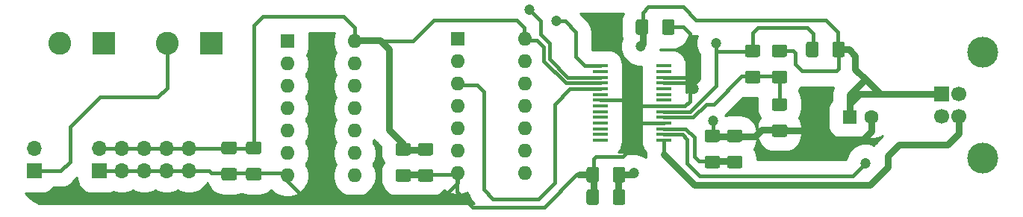
<source format=gbr>
G04 #@! TF.GenerationSoftware,KiCad,Pcbnew,(5.1.10)-1*
G04 #@! TF.CreationDate,2021-09-10T17:11:06+05:30*
G04 #@! TF.ProjectId,RL78-flash-programmer,524c3738-2d66-46c6-9173-682d70726f67,V1.2*
G04 #@! TF.SameCoordinates,Original*
G04 #@! TF.FileFunction,Copper,L1,Top*
G04 #@! TF.FilePolarity,Positive*
%FSLAX46Y46*%
G04 Gerber Fmt 4.6, Leading zero omitted, Abs format (unit mm)*
G04 Created by KiCad (PCBNEW (5.1.10)-1) date 2021-09-10 17:11:06*
%MOMM*%
%LPD*%
G01*
G04 APERTURE LIST*
G04 #@! TA.AperFunction,ComponentPad*
%ADD10R,1.700000X1.700000*%
G04 #@! TD*
G04 #@! TA.AperFunction,ComponentPad*
%ADD11O,1.700000X1.700000*%
G04 #@! TD*
G04 #@! TA.AperFunction,ComponentPad*
%ADD12O,1.600000X1.600000*%
G04 #@! TD*
G04 #@! TA.AperFunction,ComponentPad*
%ADD13R,1.600000X1.600000*%
G04 #@! TD*
G04 #@! TA.AperFunction,ComponentPad*
%ADD14C,1.600000*%
G04 #@! TD*
G04 #@! TA.AperFunction,ComponentPad*
%ADD15C,1.700000*%
G04 #@! TD*
G04 #@! TA.AperFunction,ComponentPad*
%ADD16C,3.500000*%
G04 #@! TD*
G04 #@! TA.AperFunction,SMDPad,CuDef*
%ADD17R,1.750000X0.350000*%
G04 #@! TD*
G04 #@! TA.AperFunction,ComponentPad*
%ADD18R,2.600000X2.600000*%
G04 #@! TD*
G04 #@! TA.AperFunction,ComponentPad*
%ADD19C,2.600000*%
G04 #@! TD*
G04 #@! TA.AperFunction,ViaPad*
%ADD20C,1.200000*%
G04 #@! TD*
G04 #@! TA.AperFunction,Conductor*
%ADD21C,0.381000*%
G04 #@! TD*
G04 #@! TA.AperFunction,Conductor*
%ADD22C,0.762000*%
G04 #@! TD*
G04 #@! TA.AperFunction,Conductor*
%ADD23C,0.254000*%
G04 #@! TD*
G04 #@! TA.AperFunction,Conductor*
%ADD24C,0.100000*%
G04 #@! TD*
G04 APERTURE END LIST*
D10*
X98044000Y-70866000D03*
D11*
X98044000Y-68326000D03*
X100584000Y-70866000D03*
X100584000Y-68326000D03*
X103124000Y-70866000D03*
X103124000Y-68326000D03*
X105664000Y-70866000D03*
X105664000Y-68326000D03*
X108204000Y-70866000D03*
X108204000Y-68326000D03*
D10*
X90678000Y-70866000D03*
D11*
X90678000Y-68326000D03*
D12*
X127000000Y-56134000D03*
X119380000Y-71374000D03*
X127000000Y-58674000D03*
X119380000Y-68834000D03*
X127000000Y-61214000D03*
X119380000Y-66294000D03*
X127000000Y-63754000D03*
X119380000Y-63754000D03*
X127000000Y-66294000D03*
X119380000Y-61214000D03*
X127000000Y-68834000D03*
X119380000Y-58674000D03*
X127000000Y-71374000D03*
D13*
X119380000Y-56134000D03*
X138684000Y-55880000D03*
D12*
X146304000Y-71120000D03*
X138684000Y-58420000D03*
X146304000Y-68580000D03*
X138684000Y-60960000D03*
X146304000Y-66040000D03*
X138684000Y-63500000D03*
X146304000Y-63500000D03*
X138684000Y-66040000D03*
X146304000Y-60960000D03*
X138684000Y-68580000D03*
X146304000Y-58420000D03*
X138684000Y-71120000D03*
X146304000Y-55880000D03*
D13*
X183134000Y-64770000D03*
D14*
X185634000Y-64770000D03*
G04 #@! TA.AperFunction,SMDPad,CuDef*
G36*
G01*
X112151000Y-67520000D02*
X113401000Y-67520000D01*
G75*
G02*
X113651000Y-67770000I0J-250000D01*
G01*
X113651000Y-68695000D01*
G75*
G02*
X113401000Y-68945000I-250000J0D01*
G01*
X112151000Y-68945000D01*
G75*
G02*
X111901000Y-68695000I0J250000D01*
G01*
X111901000Y-67770000D01*
G75*
G02*
X112151000Y-67520000I250000J0D01*
G01*
G37*
G04 #@! TD.AperFunction*
G04 #@! TA.AperFunction,SMDPad,CuDef*
G36*
G01*
X112151000Y-70495000D02*
X113401000Y-70495000D01*
G75*
G02*
X113651000Y-70745000I0J-250000D01*
G01*
X113651000Y-71670000D01*
G75*
G02*
X113401000Y-71920000I-250000J0D01*
G01*
X112151000Y-71920000D01*
G75*
G02*
X111901000Y-71670000I0J250000D01*
G01*
X111901000Y-70745000D01*
G75*
G02*
X112151000Y-70495000I250000J0D01*
G01*
G37*
G04 #@! TD.AperFunction*
G04 #@! TA.AperFunction,SMDPad,CuDef*
G36*
G01*
X134426800Y-67672400D02*
X135676800Y-67672400D01*
G75*
G02*
X135926800Y-67922400I0J-250000D01*
G01*
X135926800Y-68847400D01*
G75*
G02*
X135676800Y-69097400I-250000J0D01*
G01*
X134426800Y-69097400D01*
G75*
G02*
X134176800Y-68847400I0J250000D01*
G01*
X134176800Y-67922400D01*
G75*
G02*
X134426800Y-67672400I250000J0D01*
G01*
G37*
G04 #@! TD.AperFunction*
G04 #@! TA.AperFunction,SMDPad,CuDef*
G36*
G01*
X134426800Y-70647400D02*
X135676800Y-70647400D01*
G75*
G02*
X135926800Y-70897400I0J-250000D01*
G01*
X135926800Y-71822400D01*
G75*
G02*
X135676800Y-72072400I-250000J0D01*
G01*
X134426800Y-72072400D01*
G75*
G02*
X134176800Y-71822400I0J250000D01*
G01*
X134176800Y-70897400D01*
G75*
G02*
X134426800Y-70647400I250000J0D01*
G01*
G37*
G04 #@! TD.AperFunction*
G04 #@! TA.AperFunction,SMDPad,CuDef*
G36*
G01*
X114945000Y-70495000D02*
X116195000Y-70495000D01*
G75*
G02*
X116445000Y-70745000I0J-250000D01*
G01*
X116445000Y-71670000D01*
G75*
G02*
X116195000Y-71920000I-250000J0D01*
G01*
X114945000Y-71920000D01*
G75*
G02*
X114695000Y-71670000I0J250000D01*
G01*
X114695000Y-70745000D01*
G75*
G02*
X114945000Y-70495000I250000J0D01*
G01*
G37*
G04 #@! TD.AperFunction*
G04 #@! TA.AperFunction,SMDPad,CuDef*
G36*
G01*
X114945000Y-67520000D02*
X116195000Y-67520000D01*
G75*
G02*
X116445000Y-67770000I0J-250000D01*
G01*
X116445000Y-68695000D01*
G75*
G02*
X116195000Y-68945000I-250000J0D01*
G01*
X114945000Y-68945000D01*
G75*
G02*
X114695000Y-68695000I0J250000D01*
G01*
X114695000Y-67770000D01*
G75*
G02*
X114945000Y-67520000I250000J0D01*
G01*
G37*
G04 #@! TD.AperFunction*
G04 #@! TA.AperFunction,SMDPad,CuDef*
G36*
G01*
X131886800Y-67672400D02*
X133136800Y-67672400D01*
G75*
G02*
X133386800Y-67922400I0J-250000D01*
G01*
X133386800Y-68847400D01*
G75*
G02*
X133136800Y-69097400I-250000J0D01*
G01*
X131886800Y-69097400D01*
G75*
G02*
X131636800Y-68847400I0J250000D01*
G01*
X131636800Y-67922400D01*
G75*
G02*
X131886800Y-67672400I250000J0D01*
G01*
G37*
G04 #@! TD.AperFunction*
G04 #@! TA.AperFunction,SMDPad,CuDef*
G36*
G01*
X131886800Y-70647400D02*
X133136800Y-70647400D01*
G75*
G02*
X133386800Y-70897400I0J-250000D01*
G01*
X133386800Y-71822400D01*
G75*
G02*
X133136800Y-72072400I-250000J0D01*
G01*
X131886800Y-72072400D01*
G75*
G02*
X131636800Y-71822400I0J250000D01*
G01*
X131636800Y-70897400D01*
G75*
G02*
X131886800Y-70647400I250000J0D01*
G01*
G37*
G04 #@! TD.AperFunction*
G04 #@! TA.AperFunction,SMDPad,CuDef*
G36*
G01*
X170728800Y-67573400D02*
X169478800Y-67573400D01*
G75*
G02*
X169228800Y-67323400I0J250000D01*
G01*
X169228800Y-66398400D01*
G75*
G02*
X169478800Y-66148400I250000J0D01*
G01*
X170728800Y-66148400D01*
G75*
G02*
X170978800Y-66398400I0J-250000D01*
G01*
X170978800Y-67323400D01*
G75*
G02*
X170728800Y-67573400I-250000J0D01*
G01*
G37*
G04 #@! TD.AperFunction*
G04 #@! TA.AperFunction,SMDPad,CuDef*
G36*
G01*
X170728800Y-70548400D02*
X169478800Y-70548400D01*
G75*
G02*
X169228800Y-70298400I0J250000D01*
G01*
X169228800Y-69373400D01*
G75*
G02*
X169478800Y-69123400I250000J0D01*
G01*
X170728800Y-69123400D01*
G75*
G02*
X170978800Y-69373400I0J-250000D01*
G01*
X170978800Y-70298400D01*
G75*
G02*
X170728800Y-70548400I-250000J0D01*
G01*
G37*
G04 #@! TD.AperFunction*
G04 #@! TA.AperFunction,SMDPad,CuDef*
G36*
G01*
X168188800Y-70548400D02*
X166938800Y-70548400D01*
G75*
G02*
X166688800Y-70298400I0J250000D01*
G01*
X166688800Y-69373400D01*
G75*
G02*
X166938800Y-69123400I250000J0D01*
G01*
X168188800Y-69123400D01*
G75*
G02*
X168438800Y-69373400I0J-250000D01*
G01*
X168438800Y-70298400D01*
G75*
G02*
X168188800Y-70548400I-250000J0D01*
G01*
G37*
G04 #@! TD.AperFunction*
G04 #@! TA.AperFunction,SMDPad,CuDef*
G36*
G01*
X168188800Y-67573400D02*
X166938800Y-67573400D01*
G75*
G02*
X166688800Y-67323400I0J250000D01*
G01*
X166688800Y-66398400D01*
G75*
G02*
X166938800Y-66148400I250000J0D01*
G01*
X168188800Y-66148400D01*
G75*
G02*
X168438800Y-66398400I0J-250000D01*
G01*
X168438800Y-67323400D01*
G75*
G02*
X168188800Y-67573400I-250000J0D01*
G01*
G37*
G04 #@! TD.AperFunction*
G04 #@! TA.AperFunction,SMDPad,CuDef*
G36*
G01*
X154720800Y-73187400D02*
X154720800Y-74437400D01*
G75*
G02*
X154470800Y-74687400I-250000J0D01*
G01*
X153545800Y-74687400D01*
G75*
G02*
X153295800Y-74437400I0J250000D01*
G01*
X153295800Y-73187400D01*
G75*
G02*
X153545800Y-72937400I250000J0D01*
G01*
X154470800Y-72937400D01*
G75*
G02*
X154720800Y-73187400I0J-250000D01*
G01*
G37*
G04 #@! TD.AperFunction*
G04 #@! TA.AperFunction,SMDPad,CuDef*
G36*
G01*
X157695800Y-73187400D02*
X157695800Y-74437400D01*
G75*
G02*
X157445800Y-74687400I-250000J0D01*
G01*
X156520800Y-74687400D01*
G75*
G02*
X156270800Y-74437400I0J250000D01*
G01*
X156270800Y-73187400D01*
G75*
G02*
X156520800Y-72937400I250000J0D01*
G01*
X157445800Y-72937400D01*
G75*
G02*
X157695800Y-73187400I0J-250000D01*
G01*
G37*
G04 #@! TD.AperFunction*
G04 #@! TA.AperFunction,SMDPad,CuDef*
G36*
G01*
X157695800Y-70647400D02*
X157695800Y-71897400D01*
G75*
G02*
X157445800Y-72147400I-250000J0D01*
G01*
X156520800Y-72147400D01*
G75*
G02*
X156270800Y-71897400I0J250000D01*
G01*
X156270800Y-70647400D01*
G75*
G02*
X156520800Y-70397400I250000J0D01*
G01*
X157445800Y-70397400D01*
G75*
G02*
X157695800Y-70647400I0J-250000D01*
G01*
G37*
G04 #@! TD.AperFunction*
G04 #@! TA.AperFunction,SMDPad,CuDef*
G36*
G01*
X154720800Y-70647400D02*
X154720800Y-71897400D01*
G75*
G02*
X154470800Y-72147400I-250000J0D01*
G01*
X153545800Y-72147400D01*
G75*
G02*
X153295800Y-71897400I0J250000D01*
G01*
X153295800Y-70647400D01*
G75*
G02*
X153545800Y-70397400I250000J0D01*
G01*
X154470800Y-70397400D01*
G75*
G02*
X154720800Y-70647400I0J-250000D01*
G01*
G37*
G04 #@! TD.AperFunction*
G04 #@! TA.AperFunction,SMDPad,CuDef*
G36*
G01*
X161858800Y-55133400D02*
X161858800Y-53883400D01*
G75*
G02*
X162108800Y-53633400I250000J0D01*
G01*
X163033800Y-53633400D01*
G75*
G02*
X163283800Y-53883400I0J-250000D01*
G01*
X163283800Y-55133400D01*
G75*
G02*
X163033800Y-55383400I-250000J0D01*
G01*
X162108800Y-55383400D01*
G75*
G02*
X161858800Y-55133400I0J250000D01*
G01*
G37*
G04 #@! TD.AperFunction*
G04 #@! TA.AperFunction,SMDPad,CuDef*
G36*
G01*
X158883800Y-55133400D02*
X158883800Y-53883400D01*
G75*
G02*
X159133800Y-53633400I250000J0D01*
G01*
X160058800Y-53633400D01*
G75*
G02*
X160308800Y-53883400I0J-250000D01*
G01*
X160308800Y-55133400D01*
G75*
G02*
X160058800Y-55383400I-250000J0D01*
G01*
X159133800Y-55383400D01*
G75*
G02*
X158883800Y-55133400I0J250000D01*
G01*
G37*
G04 #@! TD.AperFunction*
G04 #@! TA.AperFunction,SMDPad,CuDef*
G36*
G01*
X171510800Y-59471400D02*
X172760800Y-59471400D01*
G75*
G02*
X173010800Y-59721400I0J-250000D01*
G01*
X173010800Y-60646400D01*
G75*
G02*
X172760800Y-60896400I-250000J0D01*
G01*
X171510800Y-60896400D01*
G75*
G02*
X171260800Y-60646400I0J250000D01*
G01*
X171260800Y-59721400D01*
G75*
G02*
X171510800Y-59471400I250000J0D01*
G01*
G37*
G04 #@! TD.AperFunction*
G04 #@! TA.AperFunction,SMDPad,CuDef*
G36*
G01*
X171510800Y-56496400D02*
X172760800Y-56496400D01*
G75*
G02*
X173010800Y-56746400I0J-250000D01*
G01*
X173010800Y-57671400D01*
G75*
G02*
X172760800Y-57921400I-250000J0D01*
G01*
X171510800Y-57921400D01*
G75*
G02*
X171260800Y-57671400I0J250000D01*
G01*
X171260800Y-56746400D01*
G75*
G02*
X171510800Y-56496400I250000J0D01*
G01*
G37*
G04 #@! TD.AperFunction*
G04 #@! TA.AperFunction,SMDPad,CuDef*
G36*
G01*
X174558800Y-56496400D02*
X175808800Y-56496400D01*
G75*
G02*
X176058800Y-56746400I0J-250000D01*
G01*
X176058800Y-57671400D01*
G75*
G02*
X175808800Y-57921400I-250000J0D01*
G01*
X174558800Y-57921400D01*
G75*
G02*
X174308800Y-57671400I0J250000D01*
G01*
X174308800Y-56746400D01*
G75*
G02*
X174558800Y-56496400I250000J0D01*
G01*
G37*
G04 #@! TD.AperFunction*
G04 #@! TA.AperFunction,SMDPad,CuDef*
G36*
G01*
X174558800Y-59471400D02*
X175808800Y-59471400D01*
G75*
G02*
X176058800Y-59721400I0J-250000D01*
G01*
X176058800Y-60646400D01*
G75*
G02*
X175808800Y-60896400I-250000J0D01*
G01*
X174558800Y-60896400D01*
G75*
G02*
X174308800Y-60646400I0J250000D01*
G01*
X174308800Y-59721400D01*
G75*
G02*
X174558800Y-59471400I250000J0D01*
G01*
G37*
G04 #@! TD.AperFunction*
G04 #@! TA.AperFunction,SMDPad,CuDef*
G36*
G01*
X174558800Y-65567400D02*
X175808800Y-65567400D01*
G75*
G02*
X176058800Y-65817400I0J-250000D01*
G01*
X176058800Y-66742400D01*
G75*
G02*
X175808800Y-66992400I-250000J0D01*
G01*
X174558800Y-66992400D01*
G75*
G02*
X174308800Y-66742400I0J250000D01*
G01*
X174308800Y-65817400D01*
G75*
G02*
X174558800Y-65567400I250000J0D01*
G01*
G37*
G04 #@! TD.AperFunction*
G04 #@! TA.AperFunction,SMDPad,CuDef*
G36*
G01*
X174558800Y-62592400D02*
X175808800Y-62592400D01*
G75*
G02*
X176058800Y-62842400I0J-250000D01*
G01*
X176058800Y-63767400D01*
G75*
G02*
X175808800Y-64017400I-250000J0D01*
G01*
X174558800Y-64017400D01*
G75*
G02*
X174308800Y-63767400I0J250000D01*
G01*
X174308800Y-62842400D01*
G75*
G02*
X174558800Y-62592400I250000J0D01*
G01*
G37*
G04 #@! TD.AperFunction*
G04 #@! TA.AperFunction,SMDPad,CuDef*
G36*
G01*
X178187800Y-57673400D02*
X178187800Y-56423400D01*
G75*
G02*
X178437800Y-56173400I250000J0D01*
G01*
X179362800Y-56173400D01*
G75*
G02*
X179612800Y-56423400I0J-250000D01*
G01*
X179612800Y-57673400D01*
G75*
G02*
X179362800Y-57923400I-250000J0D01*
G01*
X178437800Y-57923400D01*
G75*
G02*
X178187800Y-57673400I0J250000D01*
G01*
G37*
G04 #@! TD.AperFunction*
G04 #@! TA.AperFunction,SMDPad,CuDef*
G36*
G01*
X181162800Y-57673400D02*
X181162800Y-56423400D01*
G75*
G02*
X181412800Y-56173400I250000J0D01*
G01*
X182337800Y-56173400D01*
G75*
G02*
X182587800Y-56423400I0J-250000D01*
G01*
X182587800Y-57673400D01*
G75*
G02*
X182337800Y-57923400I-250000J0D01*
G01*
X181412800Y-57923400D01*
G75*
G02*
X181162800Y-57673400I0J250000D01*
G01*
G37*
G04 #@! TD.AperFunction*
D10*
X193548000Y-62128400D03*
D15*
X193548000Y-64628400D03*
X195548000Y-64628400D03*
X195548000Y-62128400D03*
D16*
X198258000Y-57358400D03*
X198258000Y-69398400D03*
D17*
X154863800Y-58919400D03*
X154863800Y-59569400D03*
X154863800Y-60219400D03*
X154863800Y-60869400D03*
X154863800Y-61519400D03*
X154863800Y-62169400D03*
X154863800Y-62819400D03*
X154863800Y-63469400D03*
X154863800Y-64119400D03*
X154863800Y-64769400D03*
X154863800Y-65419400D03*
X154863800Y-66069400D03*
X154863800Y-66719400D03*
X154863800Y-67369400D03*
X162063800Y-67369400D03*
X162063800Y-66719400D03*
X162063800Y-66069400D03*
X162063800Y-65419400D03*
X162063800Y-64769400D03*
X162063800Y-64119400D03*
X162063800Y-63469400D03*
X162063800Y-62819400D03*
X162063800Y-62169400D03*
X162063800Y-61519400D03*
X162063800Y-60869400D03*
X162063800Y-60219400D03*
X162063800Y-59569400D03*
X162063800Y-58919400D03*
D18*
X98552000Y-56388000D03*
D19*
X93552000Y-56388000D03*
X105744000Y-56388000D03*
D18*
X110744000Y-56388000D03*
D20*
X165481000Y-61493400D03*
X167614600Y-65125600D03*
X167970200Y-56311800D03*
X184937400Y-69977000D03*
X158648400Y-71094600D03*
X159435800Y-56692800D03*
X146812000Y-52578000D03*
X149834600Y-53848000D03*
D21*
X162483800Y-54508400D02*
X164236400Y-54508400D01*
X164236400Y-54508400D02*
X164998400Y-55270400D01*
X164998400Y-55270400D02*
X164998400Y-59842400D01*
X164621400Y-60219400D02*
X162063800Y-60219400D01*
X164998400Y-59842400D02*
X164621400Y-60219400D01*
X162063800Y-60869400D02*
X164835000Y-60869400D01*
X164998400Y-60706000D02*
X164998400Y-59842400D01*
X164835000Y-60869400D02*
X164998400Y-60706000D01*
X162063800Y-63469400D02*
X164470200Y-63469400D01*
X164998400Y-62941200D02*
X164998400Y-60706000D01*
X164470200Y-63469400D02*
X164998400Y-62941200D01*
X157536000Y-62819400D02*
X154863800Y-62819400D01*
X158186000Y-63469400D02*
X157536000Y-62819400D01*
X162063800Y-65419400D02*
X159577200Y-65419400D01*
X159237800Y-65080000D02*
X159237800Y-63469400D01*
X159577200Y-65419400D02*
X159237800Y-65080000D01*
X162063800Y-63469400D02*
X159237800Y-63469400D01*
X159237800Y-63469400D02*
X158186000Y-63469400D01*
X154095800Y-71272400D02*
X154095800Y-70110000D01*
X154095800Y-71272400D02*
X154095800Y-69449600D01*
X154095800Y-69449600D02*
X154330400Y-69215000D01*
X154330400Y-69215000D02*
X157378400Y-69215000D01*
X159237800Y-67355600D02*
X159237800Y-65080000D01*
X157378400Y-69215000D02*
X159237800Y-67355600D01*
X164998400Y-60706000D02*
X164998400Y-61010800D01*
X164998400Y-61010800D02*
X165481000Y-61493400D01*
X167614600Y-66897600D02*
X167563800Y-66948400D01*
X167614600Y-65125600D02*
X167614600Y-66897600D01*
X138607800Y-71272400D02*
X135051800Y-71272400D01*
X152501600Y-71272400D02*
X152387300Y-71386700D01*
D22*
X152501600Y-71272400D02*
X154095800Y-71272400D01*
X154095800Y-73812400D02*
X154095800Y-71272400D01*
X170103800Y-66948400D02*
X172421200Y-66948400D01*
X173177200Y-66192400D02*
X175183800Y-66192400D01*
X172421200Y-66948400D02*
X173177200Y-66192400D01*
D21*
X138607800Y-71272400D02*
X138607800Y-73228200D01*
X138607800Y-73228200D02*
X140360400Y-74980800D01*
X140360400Y-74980800D02*
X148488400Y-74980800D01*
X152196800Y-71272400D02*
X154095800Y-71272400D01*
X148488400Y-74980800D02*
X152196800Y-71272400D01*
D22*
X175183800Y-66192400D02*
X175920400Y-66192400D01*
X167563800Y-66948400D02*
X170103800Y-66948400D01*
X132511800Y-71272400D02*
X135051800Y-71272400D01*
D21*
X119126000Y-71120000D02*
X119380000Y-71374000D01*
X115570000Y-71120000D02*
X119126000Y-71120000D01*
X175183800Y-66192400D02*
X178968400Y-66192400D01*
X178968400Y-66192400D02*
X180086000Y-67310000D01*
X98044000Y-70866000D02*
X100584000Y-70866000D01*
X100584000Y-70866000D02*
X103124000Y-70866000D01*
X103124000Y-70866000D02*
X105664000Y-70866000D01*
X105664000Y-70866000D02*
X108204000Y-70866000D01*
X108204000Y-70866000D02*
X110490000Y-70866000D01*
X110744000Y-71120000D02*
X112776000Y-71120000D01*
X110490000Y-70866000D02*
X110744000Y-71120000D01*
X112776000Y-71120000D02*
X115570000Y-71120000D01*
X119380000Y-71374000D02*
X119380000Y-72034400D01*
X119380000Y-72034400D02*
X121081800Y-73736200D01*
X121081800Y-73736200D02*
X137160000Y-73736200D01*
X138684000Y-72212200D02*
X138684000Y-71120000D01*
X137160000Y-73736200D02*
X138684000Y-72212200D01*
D22*
X175183800Y-66279900D02*
X178547900Y-66279900D01*
X179578000Y-67310000D02*
X184658000Y-67310000D01*
X178547900Y-66279900D02*
X179578000Y-67310000D01*
D21*
X180086000Y-67310000D02*
X184658000Y-67310000D01*
D22*
X185634000Y-66334000D02*
X184658000Y-67310000D01*
X185634000Y-64770000D02*
X185634000Y-66334000D01*
D21*
X150937800Y-60869400D02*
X154863800Y-60869400D01*
X167976200Y-56317800D02*
X167976200Y-57296400D01*
X167970200Y-56311800D02*
X167976200Y-56317800D01*
X167976200Y-57296400D02*
X172135800Y-57296400D01*
X162063800Y-64119400D02*
X165039400Y-64119400D01*
X167970200Y-61188600D02*
X167970200Y-56311800D01*
X165039400Y-64119400D02*
X167970200Y-61188600D01*
X146227800Y-56032400D02*
X147675600Y-56032400D01*
X148450300Y-56807100D02*
X148450300Y-58381900D01*
X147675600Y-56032400D02*
X148450300Y-56807100D01*
X148450300Y-58381900D02*
X150937800Y-60869400D01*
X178987800Y-57048400D02*
X178987800Y-55264400D01*
X178987800Y-55264400D02*
X178308000Y-54584600D01*
X178308000Y-54584600D02*
X172745400Y-54584600D01*
X172135800Y-55194200D02*
X172135800Y-57296400D01*
X172745400Y-54584600D02*
X172135800Y-55194200D01*
X146227800Y-56032400D02*
X146227800Y-54533800D01*
X146227800Y-54533800D02*
X145415000Y-53721000D01*
D22*
X132511800Y-68472400D02*
X135051800Y-68472400D01*
X127431800Y-56032400D02*
X129921000Y-56032400D01*
X129921000Y-56032400D02*
X130911600Y-57023000D01*
X130911600Y-57023000D02*
X130911600Y-66141600D01*
X132511800Y-67741800D02*
X132511800Y-68472400D01*
X130911600Y-66141600D02*
X132511800Y-67741800D01*
D21*
X115570000Y-68320000D02*
X115570000Y-54356000D01*
X115570000Y-54356000D02*
X116586000Y-53340000D01*
X116586000Y-53340000D02*
X125730000Y-53340000D01*
X127000000Y-54610000D02*
X127000000Y-56134000D01*
X125730000Y-53340000D02*
X127000000Y-54610000D01*
X133604000Y-56134000D02*
X136017000Y-53721000D01*
X127000000Y-56134000D02*
X133604000Y-56134000D01*
X145415000Y-53721000D02*
X136017000Y-53721000D01*
X98044000Y-68326000D02*
X100584000Y-68326000D01*
X100584000Y-68326000D02*
X103124000Y-68326000D01*
X103124000Y-68326000D02*
X105664000Y-68326000D01*
X105664000Y-68326000D02*
X108204000Y-68326000D01*
X109474000Y-68326000D02*
X112770000Y-68326000D01*
X112776000Y-68320000D02*
X115570000Y-68320000D01*
X112770000Y-68326000D02*
X112776000Y-68320000D01*
X108204000Y-68326000D02*
X112770000Y-68326000D01*
X167563800Y-69748400D02*
X166039800Y-69748400D01*
X166039800Y-69748400D02*
X165506400Y-69215000D01*
X165506400Y-67056000D02*
X164519800Y-66069400D01*
X165506400Y-69215000D02*
X165506400Y-67056000D01*
X162063800Y-66069400D02*
X164519800Y-66069400D01*
D22*
X167563800Y-69748400D02*
X170103800Y-69748400D01*
D21*
X162063800Y-66719400D02*
X164153800Y-66719400D01*
X164153800Y-66719400D02*
X164719000Y-67284600D01*
X164719000Y-67284600D02*
X164719000Y-70002400D01*
X164719000Y-70002400D02*
X166141400Y-71424800D01*
X183489600Y-71424800D02*
X184937400Y-69977000D01*
X166141400Y-71424800D02*
X183489600Y-71424800D01*
X185420000Y-72440800D02*
X184607200Y-72440800D01*
D22*
X187477400Y-70383400D02*
X185420000Y-72440800D01*
X187477400Y-69164200D02*
X187477400Y-70383400D01*
X165531800Y-72440800D02*
X162063800Y-68972800D01*
X185420000Y-72440800D02*
X165531800Y-72440800D01*
D21*
X162063800Y-68972800D02*
X162063800Y-67369400D01*
D22*
X195548000Y-64628400D02*
X195548000Y-66580000D01*
X194259200Y-67868800D02*
X188772800Y-67868800D01*
X195548000Y-66580000D02*
X194259200Y-67868800D01*
X188772800Y-67868800D02*
X187477400Y-69164200D01*
D21*
X175183800Y-63392400D02*
X175183800Y-60096400D01*
X175183800Y-60096400D02*
X172135800Y-60096400D01*
X162063800Y-64769400D02*
X165354600Y-64769400D01*
X166865300Y-63258700D02*
X167703500Y-63258700D01*
X165354600Y-64769400D02*
X166865300Y-63258700D01*
X170865800Y-60096400D02*
X172135800Y-60096400D01*
X167703500Y-63258700D02*
X170865800Y-60096400D01*
D22*
X156895800Y-73812400D02*
X156895800Y-71272400D01*
X158470600Y-71272400D02*
X158648400Y-71094600D01*
X156895800Y-71272400D02*
X158470600Y-71272400D01*
X159683800Y-56444800D02*
X159435800Y-56692800D01*
X159683800Y-54508400D02*
X159683800Y-56444800D01*
D21*
X181787800Y-55067200D02*
X181787800Y-57048400D01*
X159683800Y-54508400D02*
X159683800Y-52838000D01*
X159683800Y-52838000D02*
X160299400Y-52222400D01*
X160299400Y-52222400D02*
X164236400Y-52222400D01*
X164236400Y-52222400D02*
X165709600Y-53695600D01*
X165709600Y-53695600D02*
X180416200Y-53695600D01*
X180416200Y-53695600D02*
X181787800Y-55067200D01*
D22*
X183057800Y-57048400D02*
X181787800Y-57048400D01*
X183756300Y-57746900D02*
X183057800Y-57048400D01*
X183756300Y-59296300D02*
X183756300Y-57746900D01*
X188391800Y-62128400D02*
X186588400Y-62128400D01*
D21*
X193548000Y-62128400D02*
X188391800Y-62128400D01*
D22*
X184912000Y-60452000D02*
X183756300Y-59296300D01*
X193548000Y-62128400D02*
X186588400Y-62128400D01*
X183134000Y-62230000D02*
X184912000Y-60452000D01*
X183134000Y-64770000D02*
X183134000Y-62230000D01*
X186588400Y-62128400D02*
X184912000Y-60452000D01*
X183134000Y-64770000D02*
X183134000Y-63246000D01*
X184251600Y-62128400D02*
X193548000Y-62128400D01*
X183134000Y-63246000D02*
X184251600Y-62128400D01*
D21*
X175183800Y-57208900D02*
X176715900Y-57208900D01*
X176715900Y-57208900D02*
X176961800Y-57454800D01*
X176961800Y-57454800D02*
X176961800Y-58724800D01*
X176961800Y-58724800D02*
X177749200Y-59512200D01*
X177749200Y-59512200D02*
X181584600Y-59512200D01*
X181875300Y-59221500D02*
X181875300Y-57048400D01*
X181584600Y-59512200D02*
X181875300Y-59221500D01*
X154863800Y-60219400D02*
X151151400Y-60219400D01*
X151151400Y-60219400D02*
X149098000Y-58166000D01*
X149098000Y-58166000D02*
X149098000Y-56388000D01*
X149098000Y-56388000D02*
X148082000Y-55372000D01*
X148082000Y-55372000D02*
X148082000Y-53848000D01*
X146812000Y-52578000D02*
X148082000Y-53848000D01*
X154863800Y-58919400D02*
X153128000Y-58919400D01*
X153128000Y-58919400D02*
X152069800Y-57861200D01*
X152069800Y-57861200D02*
X152069800Y-55067200D01*
X150850600Y-53848000D02*
X149834600Y-53848000D01*
X152069800Y-55067200D02*
X150850600Y-53848000D01*
X90678000Y-70866000D02*
X93675200Y-70866000D01*
X93675200Y-70866000D02*
X94767400Y-69773800D01*
X94767400Y-69773800D02*
X94767400Y-65862200D01*
X94767400Y-65862200D02*
X98171000Y-62458600D01*
X98171000Y-62458600D02*
X104673400Y-62458600D01*
X105744000Y-61388000D02*
X105744000Y-57150000D01*
X104673400Y-62458600D02*
X105744000Y-61388000D01*
X141655800Y-72974200D02*
X142697200Y-74015600D01*
X142697200Y-74015600D02*
X147828000Y-74015600D01*
X147828000Y-74015600D02*
X149682200Y-72161400D01*
X149682200Y-63272600D02*
X151435400Y-61519400D01*
X149682200Y-72161400D02*
X149682200Y-63272600D01*
X151435400Y-61519400D02*
X154863800Y-61519400D01*
X140893800Y-61112400D02*
X141655800Y-61874400D01*
X138607800Y-61112400D02*
X140893800Y-61112400D01*
X141655800Y-61874400D02*
X141655800Y-72974200D01*
D23*
X124643191Y-55419070D02*
X124549000Y-55892598D01*
X124549000Y-56375402D01*
X124643191Y-56848930D01*
X124827952Y-57294984D01*
X124900794Y-57404000D01*
X124827952Y-57513016D01*
X124643191Y-57959070D01*
X124549000Y-58432598D01*
X124549000Y-58915402D01*
X124643191Y-59388930D01*
X124827952Y-59834984D01*
X124900794Y-59944000D01*
X124827952Y-60053016D01*
X124643191Y-60499070D01*
X124549000Y-60972598D01*
X124549000Y-61455402D01*
X124643191Y-61928930D01*
X124827952Y-62374984D01*
X124900794Y-62484000D01*
X124827952Y-62593016D01*
X124643191Y-63039070D01*
X124549000Y-63512598D01*
X124549000Y-63995402D01*
X124643191Y-64468930D01*
X124827952Y-64914984D01*
X124900794Y-65024000D01*
X124827952Y-65133016D01*
X124643191Y-65579070D01*
X124549000Y-66052598D01*
X124549000Y-66535402D01*
X124643191Y-67008930D01*
X124827952Y-67454984D01*
X124900794Y-67564000D01*
X124827952Y-67673016D01*
X124643191Y-68119070D01*
X124549000Y-68592598D01*
X124549000Y-69075402D01*
X124643191Y-69548930D01*
X124827952Y-69994984D01*
X124900794Y-70104000D01*
X124827952Y-70213016D01*
X124643191Y-70659070D01*
X124549000Y-71132598D01*
X124549000Y-71615402D01*
X124643191Y-72088930D01*
X124827952Y-72534984D01*
X125096184Y-72936421D01*
X125437579Y-73277816D01*
X125839016Y-73546048D01*
X126285070Y-73730809D01*
X126758598Y-73825000D01*
X127241402Y-73825000D01*
X127714930Y-73730809D01*
X128160984Y-73546048D01*
X128562421Y-73277816D01*
X128903816Y-72936421D01*
X129172048Y-72534984D01*
X129356809Y-72088930D01*
X129451000Y-71615402D01*
X129451000Y-71132598D01*
X129356809Y-70659070D01*
X129172048Y-70213016D01*
X129099206Y-70104000D01*
X129172048Y-69994984D01*
X129356809Y-69548930D01*
X129451000Y-69075402D01*
X129451000Y-68592598D01*
X129356809Y-68119070D01*
X129172048Y-67673016D01*
X129099206Y-67564000D01*
X129172048Y-67454984D01*
X129235355Y-67302148D01*
X129313670Y-67397575D01*
X129467808Y-67585393D01*
X129545343Y-67649024D01*
X129977812Y-68081493D01*
X129977812Y-68847400D01*
X130014493Y-69219825D01*
X130123125Y-69577938D01*
X130280518Y-69872400D01*
X130123125Y-70166862D01*
X130014493Y-70524975D01*
X129977812Y-70897400D01*
X129977812Y-71822400D01*
X130014493Y-72194825D01*
X130123125Y-72552938D01*
X130299534Y-72882977D01*
X130536942Y-73172258D01*
X130826223Y-73409666D01*
X131156262Y-73586075D01*
X131514375Y-73694707D01*
X131886800Y-73731388D01*
X133136800Y-73731388D01*
X133509225Y-73694707D01*
X133781800Y-73612023D01*
X134054375Y-73694707D01*
X134426800Y-73731388D01*
X135676800Y-73731388D01*
X136049225Y-73694707D01*
X136407338Y-73586075D01*
X136737377Y-73409666D01*
X137026658Y-73172258D01*
X137138954Y-73035426D01*
X137523016Y-73292048D01*
X137969070Y-73476809D01*
X138442598Y-73571000D01*
X138925402Y-73571000D01*
X139398930Y-73476809D01*
X139837020Y-73295347D01*
X139840945Y-73335197D01*
X139937837Y-73654603D01*
X139946245Y-73682321D01*
X140117241Y-74002233D01*
X140347364Y-74282637D01*
X140417631Y-74340304D01*
X140601327Y-74524000D01*
X91169647Y-74524000D01*
X90944766Y-74406934D01*
X90587821Y-74179536D01*
X90252054Y-73921893D01*
X89940028Y-73635972D01*
X89688268Y-73361226D01*
X89828000Y-73374988D01*
X91528000Y-73374988D01*
X91851653Y-73343111D01*
X92162867Y-73248705D01*
X92449684Y-73095398D01*
X92701082Y-72889082D01*
X92850102Y-72707500D01*
X93584743Y-72707500D01*
X93675200Y-72716409D01*
X93765657Y-72707500D01*
X93765665Y-72707500D01*
X94036197Y-72680855D01*
X94383321Y-72575556D01*
X94703233Y-72404560D01*
X94983637Y-72174437D01*
X95041308Y-72104165D01*
X95535012Y-71610461D01*
X95535012Y-71716000D01*
X95566889Y-72039653D01*
X95661295Y-72350867D01*
X95814602Y-72637684D01*
X96020918Y-72889082D01*
X96272316Y-73095398D01*
X96559133Y-73248705D01*
X96870347Y-73343111D01*
X97194000Y-73374988D01*
X98894000Y-73374988D01*
X99217653Y-73343111D01*
X99528867Y-73248705D01*
X99647650Y-73185214D01*
X99854485Y-73270888D01*
X100337673Y-73367000D01*
X100830327Y-73367000D01*
X101313515Y-73270888D01*
X101768668Y-73082357D01*
X101854000Y-73025340D01*
X101939332Y-73082357D01*
X102394485Y-73270888D01*
X102877673Y-73367000D01*
X103370327Y-73367000D01*
X103853515Y-73270888D01*
X104308668Y-73082357D01*
X104394000Y-73025340D01*
X104479332Y-73082357D01*
X104934485Y-73270888D01*
X105417673Y-73367000D01*
X105910327Y-73367000D01*
X106393515Y-73270888D01*
X106848668Y-73082357D01*
X106934000Y-73025340D01*
X107019332Y-73082357D01*
X107474485Y-73270888D01*
X107957673Y-73367000D01*
X108450327Y-73367000D01*
X108933515Y-73270888D01*
X109388668Y-73082357D01*
X109798294Y-72808653D01*
X110146653Y-72460294D01*
X110324645Y-72193910D01*
X110387325Y-72400538D01*
X110563734Y-72730577D01*
X110801142Y-73019858D01*
X111090423Y-73257266D01*
X111420462Y-73433675D01*
X111778575Y-73542307D01*
X112151000Y-73578988D01*
X113401000Y-73578988D01*
X113773425Y-73542307D01*
X114131538Y-73433675D01*
X114173000Y-73411513D01*
X114214462Y-73433675D01*
X114572575Y-73542307D01*
X114945000Y-73578988D01*
X116195000Y-73578988D01*
X116567425Y-73542307D01*
X116925538Y-73433675D01*
X117255577Y-73257266D01*
X117544858Y-73019858D01*
X117551513Y-73011750D01*
X117817579Y-73277816D01*
X118219016Y-73546048D01*
X118665070Y-73730809D01*
X119138598Y-73825000D01*
X119621402Y-73825000D01*
X120094930Y-73730809D01*
X120540984Y-73546048D01*
X120942421Y-73277816D01*
X121283816Y-72936421D01*
X121552048Y-72534984D01*
X121736809Y-72088930D01*
X121831000Y-71615402D01*
X121831000Y-71132598D01*
X121736809Y-70659070D01*
X121552048Y-70213016D01*
X121479206Y-70104000D01*
X121552048Y-69994984D01*
X121736809Y-69548930D01*
X121831000Y-69075402D01*
X121831000Y-68592598D01*
X121736809Y-68119070D01*
X121552048Y-67673016D01*
X121479206Y-67564000D01*
X121552048Y-67454984D01*
X121736809Y-67008930D01*
X121831000Y-66535402D01*
X121831000Y-66052598D01*
X121736809Y-65579070D01*
X121552048Y-65133016D01*
X121479206Y-65024000D01*
X121552048Y-64914984D01*
X121736809Y-64468930D01*
X121831000Y-63995402D01*
X121831000Y-63512598D01*
X121736809Y-63039070D01*
X121552048Y-62593016D01*
X121479206Y-62484000D01*
X121552048Y-62374984D01*
X121736809Y-61928930D01*
X121831000Y-61455402D01*
X121831000Y-60972598D01*
X121736809Y-60499070D01*
X121552048Y-60053016D01*
X121479206Y-59944000D01*
X121552048Y-59834984D01*
X121736809Y-59388930D01*
X121831000Y-58915402D01*
X121831000Y-58432598D01*
X121736809Y-57959070D01*
X121635225Y-57713823D01*
X121712705Y-57568867D01*
X121807111Y-57257653D01*
X121838988Y-56934000D01*
X121838988Y-55334000D01*
X121823968Y-55181500D01*
X124741595Y-55181500D01*
X124643191Y-55419070D01*
G04 #@! TA.AperFunction,Conductor*
D24*
G36*
X124643191Y-55419070D02*
G01*
X124549000Y-55892598D01*
X124549000Y-56375402D01*
X124643191Y-56848930D01*
X124827952Y-57294984D01*
X124900794Y-57404000D01*
X124827952Y-57513016D01*
X124643191Y-57959070D01*
X124549000Y-58432598D01*
X124549000Y-58915402D01*
X124643191Y-59388930D01*
X124827952Y-59834984D01*
X124900794Y-59944000D01*
X124827952Y-60053016D01*
X124643191Y-60499070D01*
X124549000Y-60972598D01*
X124549000Y-61455402D01*
X124643191Y-61928930D01*
X124827952Y-62374984D01*
X124900794Y-62484000D01*
X124827952Y-62593016D01*
X124643191Y-63039070D01*
X124549000Y-63512598D01*
X124549000Y-63995402D01*
X124643191Y-64468930D01*
X124827952Y-64914984D01*
X124900794Y-65024000D01*
X124827952Y-65133016D01*
X124643191Y-65579070D01*
X124549000Y-66052598D01*
X124549000Y-66535402D01*
X124643191Y-67008930D01*
X124827952Y-67454984D01*
X124900794Y-67564000D01*
X124827952Y-67673016D01*
X124643191Y-68119070D01*
X124549000Y-68592598D01*
X124549000Y-69075402D01*
X124643191Y-69548930D01*
X124827952Y-69994984D01*
X124900794Y-70104000D01*
X124827952Y-70213016D01*
X124643191Y-70659070D01*
X124549000Y-71132598D01*
X124549000Y-71615402D01*
X124643191Y-72088930D01*
X124827952Y-72534984D01*
X125096184Y-72936421D01*
X125437579Y-73277816D01*
X125839016Y-73546048D01*
X126285070Y-73730809D01*
X126758598Y-73825000D01*
X127241402Y-73825000D01*
X127714930Y-73730809D01*
X128160984Y-73546048D01*
X128562421Y-73277816D01*
X128903816Y-72936421D01*
X129172048Y-72534984D01*
X129356809Y-72088930D01*
X129451000Y-71615402D01*
X129451000Y-71132598D01*
X129356809Y-70659070D01*
X129172048Y-70213016D01*
X129099206Y-70104000D01*
X129172048Y-69994984D01*
X129356809Y-69548930D01*
X129451000Y-69075402D01*
X129451000Y-68592598D01*
X129356809Y-68119070D01*
X129172048Y-67673016D01*
X129099206Y-67564000D01*
X129172048Y-67454984D01*
X129235355Y-67302148D01*
X129313670Y-67397575D01*
X129467808Y-67585393D01*
X129545343Y-67649024D01*
X129977812Y-68081493D01*
X129977812Y-68847400D01*
X130014493Y-69219825D01*
X130123125Y-69577938D01*
X130280518Y-69872400D01*
X130123125Y-70166862D01*
X130014493Y-70524975D01*
X129977812Y-70897400D01*
X129977812Y-71822400D01*
X130014493Y-72194825D01*
X130123125Y-72552938D01*
X130299534Y-72882977D01*
X130536942Y-73172258D01*
X130826223Y-73409666D01*
X131156262Y-73586075D01*
X131514375Y-73694707D01*
X131886800Y-73731388D01*
X133136800Y-73731388D01*
X133509225Y-73694707D01*
X133781800Y-73612023D01*
X134054375Y-73694707D01*
X134426800Y-73731388D01*
X135676800Y-73731388D01*
X136049225Y-73694707D01*
X136407338Y-73586075D01*
X136737377Y-73409666D01*
X137026658Y-73172258D01*
X137138954Y-73035426D01*
X137523016Y-73292048D01*
X137969070Y-73476809D01*
X138442598Y-73571000D01*
X138925402Y-73571000D01*
X139398930Y-73476809D01*
X139837020Y-73295347D01*
X139840945Y-73335197D01*
X139937837Y-73654603D01*
X139946245Y-73682321D01*
X140117241Y-74002233D01*
X140347364Y-74282637D01*
X140417631Y-74340304D01*
X140601327Y-74524000D01*
X91169647Y-74524000D01*
X90944766Y-74406934D01*
X90587821Y-74179536D01*
X90252054Y-73921893D01*
X89940028Y-73635972D01*
X89688268Y-73361226D01*
X89828000Y-73374988D01*
X91528000Y-73374988D01*
X91851653Y-73343111D01*
X92162867Y-73248705D01*
X92449684Y-73095398D01*
X92701082Y-72889082D01*
X92850102Y-72707500D01*
X93584743Y-72707500D01*
X93675200Y-72716409D01*
X93765657Y-72707500D01*
X93765665Y-72707500D01*
X94036197Y-72680855D01*
X94383321Y-72575556D01*
X94703233Y-72404560D01*
X94983637Y-72174437D01*
X95041308Y-72104165D01*
X95535012Y-71610461D01*
X95535012Y-71716000D01*
X95566889Y-72039653D01*
X95661295Y-72350867D01*
X95814602Y-72637684D01*
X96020918Y-72889082D01*
X96272316Y-73095398D01*
X96559133Y-73248705D01*
X96870347Y-73343111D01*
X97194000Y-73374988D01*
X98894000Y-73374988D01*
X99217653Y-73343111D01*
X99528867Y-73248705D01*
X99647650Y-73185214D01*
X99854485Y-73270888D01*
X100337673Y-73367000D01*
X100830327Y-73367000D01*
X101313515Y-73270888D01*
X101768668Y-73082357D01*
X101854000Y-73025340D01*
X101939332Y-73082357D01*
X102394485Y-73270888D01*
X102877673Y-73367000D01*
X103370327Y-73367000D01*
X103853515Y-73270888D01*
X104308668Y-73082357D01*
X104394000Y-73025340D01*
X104479332Y-73082357D01*
X104934485Y-73270888D01*
X105417673Y-73367000D01*
X105910327Y-73367000D01*
X106393515Y-73270888D01*
X106848668Y-73082357D01*
X106934000Y-73025340D01*
X107019332Y-73082357D01*
X107474485Y-73270888D01*
X107957673Y-73367000D01*
X108450327Y-73367000D01*
X108933515Y-73270888D01*
X109388668Y-73082357D01*
X109798294Y-72808653D01*
X110146653Y-72460294D01*
X110324645Y-72193910D01*
X110387325Y-72400538D01*
X110563734Y-72730577D01*
X110801142Y-73019858D01*
X111090423Y-73257266D01*
X111420462Y-73433675D01*
X111778575Y-73542307D01*
X112151000Y-73578988D01*
X113401000Y-73578988D01*
X113773425Y-73542307D01*
X114131538Y-73433675D01*
X114173000Y-73411513D01*
X114214462Y-73433675D01*
X114572575Y-73542307D01*
X114945000Y-73578988D01*
X116195000Y-73578988D01*
X116567425Y-73542307D01*
X116925538Y-73433675D01*
X117255577Y-73257266D01*
X117544858Y-73019858D01*
X117551513Y-73011750D01*
X117817579Y-73277816D01*
X118219016Y-73546048D01*
X118665070Y-73730809D01*
X119138598Y-73825000D01*
X119621402Y-73825000D01*
X120094930Y-73730809D01*
X120540984Y-73546048D01*
X120942421Y-73277816D01*
X121283816Y-72936421D01*
X121552048Y-72534984D01*
X121736809Y-72088930D01*
X121831000Y-71615402D01*
X121831000Y-71132598D01*
X121736809Y-70659070D01*
X121552048Y-70213016D01*
X121479206Y-70104000D01*
X121552048Y-69994984D01*
X121736809Y-69548930D01*
X121831000Y-69075402D01*
X121831000Y-68592598D01*
X121736809Y-68119070D01*
X121552048Y-67673016D01*
X121479206Y-67564000D01*
X121552048Y-67454984D01*
X121736809Y-67008930D01*
X121831000Y-66535402D01*
X121831000Y-66052598D01*
X121736809Y-65579070D01*
X121552048Y-65133016D01*
X121479206Y-65024000D01*
X121552048Y-64914984D01*
X121736809Y-64468930D01*
X121831000Y-63995402D01*
X121831000Y-63512598D01*
X121736809Y-63039070D01*
X121552048Y-62593016D01*
X121479206Y-62484000D01*
X121552048Y-62374984D01*
X121736809Y-61928930D01*
X121831000Y-61455402D01*
X121831000Y-60972598D01*
X121736809Y-60499070D01*
X121552048Y-60053016D01*
X121479206Y-59944000D01*
X121552048Y-59834984D01*
X121736809Y-59388930D01*
X121831000Y-58915402D01*
X121831000Y-58432598D01*
X121736809Y-57959070D01*
X121635225Y-57713823D01*
X121712705Y-57568867D01*
X121807111Y-57257653D01*
X121838988Y-56934000D01*
X121838988Y-55334000D01*
X121823968Y-55181500D01*
X124741595Y-55181500D01*
X124643191Y-55419070D01*
G37*
G04 #@! TD.AperFunction*
D23*
X177658735Y-61353700D02*
X177658743Y-61353700D01*
X177749200Y-61362609D01*
X177839657Y-61353700D01*
X181298333Y-61353700D01*
X181247594Y-61448626D01*
X181173040Y-61694400D01*
X181131403Y-61831659D01*
X181127982Y-61866396D01*
X181092169Y-62230000D01*
X181102001Y-62329823D01*
X181102001Y-62868709D01*
X180954602Y-63048316D01*
X180801295Y-63335133D01*
X180706889Y-63646347D01*
X180675012Y-63970000D01*
X180675012Y-65570000D01*
X180706889Y-65893653D01*
X180801295Y-66204867D01*
X180954602Y-66491684D01*
X181160918Y-66743082D01*
X181412316Y-66949398D01*
X181699133Y-67102705D01*
X182010347Y-67197111D01*
X182334000Y-67228988D01*
X183934000Y-67228988D01*
X184257653Y-67197111D01*
X184568867Y-67102705D01*
X184696359Y-67034559D01*
X184919070Y-67126809D01*
X185392598Y-67221000D01*
X185875402Y-67221000D01*
X186348930Y-67126809D01*
X186794984Y-66942048D01*
X186888067Y-66879852D01*
X186111148Y-67656771D01*
X186033607Y-67720407D01*
X185865672Y-67925037D01*
X185593993Y-67812504D01*
X185159104Y-67726000D01*
X184715696Y-67726000D01*
X184280807Y-67812504D01*
X183871151Y-67982189D01*
X183502471Y-68228534D01*
X183188934Y-68542071D01*
X182942589Y-68910751D01*
X182772904Y-69320407D01*
X182720612Y-69583300D01*
X172637788Y-69583300D01*
X172637788Y-69373400D01*
X172601107Y-69000975D01*
X172492475Y-68642862D01*
X172335082Y-68348400D01*
X172492475Y-68053938D01*
X172601107Y-67695825D01*
X172637788Y-67323400D01*
X172637788Y-66398400D01*
X172601107Y-66025975D01*
X172492475Y-65667862D01*
X172316066Y-65337823D01*
X172078658Y-65048542D01*
X171789377Y-64811134D01*
X171459338Y-64634725D01*
X171101225Y-64526093D01*
X170728800Y-64489412D01*
X169478800Y-64489412D01*
X169106375Y-64526093D01*
X169025483Y-64550631D01*
X169069608Y-64496865D01*
X171068855Y-62497618D01*
X171138375Y-62518707D01*
X171510800Y-62555388D01*
X172678080Y-62555388D01*
X172649812Y-62842400D01*
X172649812Y-63767400D01*
X172686493Y-64139825D01*
X172795125Y-64497938D01*
X172952518Y-64792400D01*
X172795125Y-65086862D01*
X172686493Y-65444975D01*
X172649812Y-65817400D01*
X172649812Y-66742400D01*
X172686493Y-67114825D01*
X172795125Y-67472938D01*
X172971534Y-67802977D01*
X173208942Y-68092258D01*
X173498223Y-68329666D01*
X173828262Y-68506075D01*
X174186375Y-68614707D01*
X174558800Y-68651388D01*
X175808800Y-68651388D01*
X176181225Y-68614707D01*
X176539338Y-68506075D01*
X176869377Y-68329666D01*
X177158658Y-68092258D01*
X177396066Y-67802977D01*
X177572475Y-67472938D01*
X177681107Y-67114825D01*
X177717788Y-66742400D01*
X177717788Y-65817400D01*
X177681107Y-65444975D01*
X177572475Y-65086862D01*
X177415082Y-64792400D01*
X177572475Y-64497938D01*
X177681107Y-64139825D01*
X177717788Y-63767400D01*
X177717788Y-62842400D01*
X177681107Y-62469975D01*
X177572475Y-62111862D01*
X177396066Y-61781823D01*
X177365354Y-61744400D01*
X177396066Y-61706977D01*
X177572475Y-61376938D01*
X177581822Y-61346125D01*
X177658735Y-61353700D01*
G04 #@! TA.AperFunction,Conductor*
D24*
G36*
X177658735Y-61353700D02*
G01*
X177658743Y-61353700D01*
X177749200Y-61362609D01*
X177839657Y-61353700D01*
X181298333Y-61353700D01*
X181247594Y-61448626D01*
X181173040Y-61694400D01*
X181131403Y-61831659D01*
X181127982Y-61866396D01*
X181092169Y-62230000D01*
X181102001Y-62329823D01*
X181102001Y-62868709D01*
X180954602Y-63048316D01*
X180801295Y-63335133D01*
X180706889Y-63646347D01*
X180675012Y-63970000D01*
X180675012Y-65570000D01*
X180706889Y-65893653D01*
X180801295Y-66204867D01*
X180954602Y-66491684D01*
X181160918Y-66743082D01*
X181412316Y-66949398D01*
X181699133Y-67102705D01*
X182010347Y-67197111D01*
X182334000Y-67228988D01*
X183934000Y-67228988D01*
X184257653Y-67197111D01*
X184568867Y-67102705D01*
X184696359Y-67034559D01*
X184919070Y-67126809D01*
X185392598Y-67221000D01*
X185875402Y-67221000D01*
X186348930Y-67126809D01*
X186794984Y-66942048D01*
X186888067Y-66879852D01*
X186111148Y-67656771D01*
X186033607Y-67720407D01*
X185865672Y-67925037D01*
X185593993Y-67812504D01*
X185159104Y-67726000D01*
X184715696Y-67726000D01*
X184280807Y-67812504D01*
X183871151Y-67982189D01*
X183502471Y-68228534D01*
X183188934Y-68542071D01*
X182942589Y-68910751D01*
X182772904Y-69320407D01*
X182720612Y-69583300D01*
X172637788Y-69583300D01*
X172637788Y-69373400D01*
X172601107Y-69000975D01*
X172492475Y-68642862D01*
X172335082Y-68348400D01*
X172492475Y-68053938D01*
X172601107Y-67695825D01*
X172637788Y-67323400D01*
X172637788Y-66398400D01*
X172601107Y-66025975D01*
X172492475Y-65667862D01*
X172316066Y-65337823D01*
X172078658Y-65048542D01*
X171789377Y-64811134D01*
X171459338Y-64634725D01*
X171101225Y-64526093D01*
X170728800Y-64489412D01*
X169478800Y-64489412D01*
X169106375Y-64526093D01*
X169025483Y-64550631D01*
X169069608Y-64496865D01*
X171068855Y-62497618D01*
X171138375Y-62518707D01*
X171510800Y-62555388D01*
X172678080Y-62555388D01*
X172649812Y-62842400D01*
X172649812Y-63767400D01*
X172686493Y-64139825D01*
X172795125Y-64497938D01*
X172952518Y-64792400D01*
X172795125Y-65086862D01*
X172686493Y-65444975D01*
X172649812Y-65817400D01*
X172649812Y-66742400D01*
X172686493Y-67114825D01*
X172795125Y-67472938D01*
X172971534Y-67802977D01*
X173208942Y-68092258D01*
X173498223Y-68329666D01*
X173828262Y-68506075D01*
X174186375Y-68614707D01*
X174558800Y-68651388D01*
X175808800Y-68651388D01*
X176181225Y-68614707D01*
X176539338Y-68506075D01*
X176869377Y-68329666D01*
X177158658Y-68092258D01*
X177396066Y-67802977D01*
X177572475Y-67472938D01*
X177681107Y-67114825D01*
X177717788Y-66742400D01*
X177717788Y-65817400D01*
X177681107Y-65444975D01*
X177572475Y-65086862D01*
X177415082Y-64792400D01*
X177572475Y-64497938D01*
X177681107Y-64139825D01*
X177717788Y-63767400D01*
X177717788Y-62842400D01*
X177681107Y-62469975D01*
X177572475Y-62111862D01*
X177396066Y-61781823D01*
X177365354Y-61744400D01*
X177396066Y-61706977D01*
X177572475Y-61376938D01*
X177581822Y-61346125D01*
X177658735Y-61353700D01*
G37*
G04 #@! TD.AperFunction*
D23*
X157370125Y-53152862D02*
X157261493Y-53510975D01*
X157224812Y-53883400D01*
X157224812Y-55133400D01*
X157261493Y-55505825D01*
X157358514Y-55825663D01*
X157271304Y-56036207D01*
X157184800Y-56471096D01*
X157184800Y-56914504D01*
X157271304Y-57349393D01*
X157440989Y-57759049D01*
X157687334Y-58127729D01*
X158000871Y-58441266D01*
X158369551Y-58687611D01*
X158779207Y-58857296D01*
X159214096Y-58943800D01*
X159529812Y-58943800D01*
X159529812Y-59094400D01*
X159544586Y-59244400D01*
X159529812Y-59394400D01*
X159529812Y-59744400D01*
X159544586Y-59894400D01*
X159529812Y-60044400D01*
X159529812Y-60394400D01*
X159544586Y-60544400D01*
X159529812Y-60694400D01*
X159529812Y-61044400D01*
X159544586Y-61194400D01*
X159529812Y-61344400D01*
X159529812Y-61694400D01*
X159544586Y-61844400D01*
X159529812Y-61994400D01*
X159529812Y-62344400D01*
X159544586Y-62494400D01*
X159529812Y-62644400D01*
X159529812Y-62994400D01*
X159544586Y-63144400D01*
X159529812Y-63294400D01*
X159529812Y-63644400D01*
X159544586Y-63794400D01*
X159529812Y-63944400D01*
X159529812Y-64294400D01*
X159544586Y-64444400D01*
X159529812Y-64594400D01*
X159529812Y-64944400D01*
X159544586Y-65094400D01*
X159529812Y-65244400D01*
X159529812Y-65594400D01*
X159544586Y-65744400D01*
X159529812Y-65894400D01*
X159529812Y-66244400D01*
X159544586Y-66394400D01*
X159529812Y-66544400D01*
X159529812Y-66894400D01*
X159544586Y-67044400D01*
X159529812Y-67194400D01*
X159529812Y-67544400D01*
X159561689Y-67868053D01*
X159656095Y-68179267D01*
X159809402Y-68466084D01*
X160015718Y-68717482D01*
X160044768Y-68741323D01*
X160021969Y-68972800D01*
X160057008Y-69328547D01*
X159714649Y-69099789D01*
X159304993Y-68930104D01*
X158870104Y-68843600D01*
X158426696Y-68843600D01*
X158189528Y-68890775D01*
X158176338Y-68883725D01*
X157818225Y-68775093D01*
X157445800Y-68738412D01*
X156886379Y-68738412D01*
X156911882Y-68717482D01*
X157118198Y-68466084D01*
X157271505Y-68179267D01*
X157365911Y-67868053D01*
X157397788Y-67544400D01*
X157397788Y-67194400D01*
X157383014Y-67044400D01*
X157397788Y-66894400D01*
X157397788Y-66544400D01*
X157383014Y-66394400D01*
X157397788Y-66244400D01*
X157397788Y-65894400D01*
X157383014Y-65744400D01*
X157397788Y-65594400D01*
X157397788Y-65244400D01*
X157383014Y-65094400D01*
X157397788Y-64944400D01*
X157397788Y-64594400D01*
X157383014Y-64444400D01*
X157397788Y-64294400D01*
X157397788Y-63944400D01*
X157383014Y-63794400D01*
X157397788Y-63644400D01*
X157397788Y-63294400D01*
X157383014Y-63144400D01*
X157397788Y-62994400D01*
X157397788Y-62644400D01*
X157383014Y-62494400D01*
X157397788Y-62344400D01*
X157397788Y-61994400D01*
X157383014Y-61844400D01*
X157397788Y-61694400D01*
X157397788Y-61344400D01*
X157383014Y-61194400D01*
X157397788Y-61044400D01*
X157397788Y-60694400D01*
X157383014Y-60544400D01*
X157397788Y-60394400D01*
X157397788Y-60044400D01*
X157383014Y-59894400D01*
X157397788Y-59744400D01*
X157397788Y-59394400D01*
X157383014Y-59244400D01*
X157397788Y-59094400D01*
X157397788Y-58744400D01*
X157365911Y-58420747D01*
X157271505Y-58109533D01*
X157118198Y-57822716D01*
X156911882Y-57571318D01*
X156660484Y-57365002D01*
X156373667Y-57211695D01*
X156062453Y-57117289D01*
X155738800Y-57085412D01*
X155030536Y-57085412D01*
X154954265Y-57077900D01*
X153911300Y-57077900D01*
X153911300Y-55157656D01*
X153920209Y-55067199D01*
X153911300Y-54976742D01*
X153911300Y-54976735D01*
X153884655Y-54706203D01*
X153882511Y-54699133D01*
X153841316Y-54563334D01*
X153779356Y-54359079D01*
X153608360Y-54039167D01*
X153378237Y-53758763D01*
X153307965Y-53701092D01*
X152590873Y-52984000D01*
X157460383Y-52984000D01*
X157370125Y-53152862D01*
G04 #@! TA.AperFunction,Conductor*
D24*
G36*
X157370125Y-53152862D02*
G01*
X157261493Y-53510975D01*
X157224812Y-53883400D01*
X157224812Y-55133400D01*
X157261493Y-55505825D01*
X157358514Y-55825663D01*
X157271304Y-56036207D01*
X157184800Y-56471096D01*
X157184800Y-56914504D01*
X157271304Y-57349393D01*
X157440989Y-57759049D01*
X157687334Y-58127729D01*
X158000871Y-58441266D01*
X158369551Y-58687611D01*
X158779207Y-58857296D01*
X159214096Y-58943800D01*
X159529812Y-58943800D01*
X159529812Y-59094400D01*
X159544586Y-59244400D01*
X159529812Y-59394400D01*
X159529812Y-59744400D01*
X159544586Y-59894400D01*
X159529812Y-60044400D01*
X159529812Y-60394400D01*
X159544586Y-60544400D01*
X159529812Y-60694400D01*
X159529812Y-61044400D01*
X159544586Y-61194400D01*
X159529812Y-61344400D01*
X159529812Y-61694400D01*
X159544586Y-61844400D01*
X159529812Y-61994400D01*
X159529812Y-62344400D01*
X159544586Y-62494400D01*
X159529812Y-62644400D01*
X159529812Y-62994400D01*
X159544586Y-63144400D01*
X159529812Y-63294400D01*
X159529812Y-63644400D01*
X159544586Y-63794400D01*
X159529812Y-63944400D01*
X159529812Y-64294400D01*
X159544586Y-64444400D01*
X159529812Y-64594400D01*
X159529812Y-64944400D01*
X159544586Y-65094400D01*
X159529812Y-65244400D01*
X159529812Y-65594400D01*
X159544586Y-65744400D01*
X159529812Y-65894400D01*
X159529812Y-66244400D01*
X159544586Y-66394400D01*
X159529812Y-66544400D01*
X159529812Y-66894400D01*
X159544586Y-67044400D01*
X159529812Y-67194400D01*
X159529812Y-67544400D01*
X159561689Y-67868053D01*
X159656095Y-68179267D01*
X159809402Y-68466084D01*
X160015718Y-68717482D01*
X160044768Y-68741323D01*
X160021969Y-68972800D01*
X160057008Y-69328547D01*
X159714649Y-69099789D01*
X159304993Y-68930104D01*
X158870104Y-68843600D01*
X158426696Y-68843600D01*
X158189528Y-68890775D01*
X158176338Y-68883725D01*
X157818225Y-68775093D01*
X157445800Y-68738412D01*
X156886379Y-68738412D01*
X156911882Y-68717482D01*
X157118198Y-68466084D01*
X157271505Y-68179267D01*
X157365911Y-67868053D01*
X157397788Y-67544400D01*
X157397788Y-67194400D01*
X157383014Y-67044400D01*
X157397788Y-66894400D01*
X157397788Y-66544400D01*
X157383014Y-66394400D01*
X157397788Y-66244400D01*
X157397788Y-65894400D01*
X157383014Y-65744400D01*
X157397788Y-65594400D01*
X157397788Y-65244400D01*
X157383014Y-65094400D01*
X157397788Y-64944400D01*
X157397788Y-64594400D01*
X157383014Y-64444400D01*
X157397788Y-64294400D01*
X157397788Y-63944400D01*
X157383014Y-63794400D01*
X157397788Y-63644400D01*
X157397788Y-63294400D01*
X157383014Y-63144400D01*
X157397788Y-62994400D01*
X157397788Y-62644400D01*
X157383014Y-62494400D01*
X157397788Y-62344400D01*
X157397788Y-61994400D01*
X157383014Y-61844400D01*
X157397788Y-61694400D01*
X157397788Y-61344400D01*
X157383014Y-61194400D01*
X157397788Y-61044400D01*
X157397788Y-60694400D01*
X157383014Y-60544400D01*
X157397788Y-60394400D01*
X157397788Y-60044400D01*
X157383014Y-59894400D01*
X157397788Y-59744400D01*
X157397788Y-59394400D01*
X157383014Y-59244400D01*
X157397788Y-59094400D01*
X157397788Y-58744400D01*
X157365911Y-58420747D01*
X157271505Y-58109533D01*
X157118198Y-57822716D01*
X156911882Y-57571318D01*
X156660484Y-57365002D01*
X156373667Y-57211695D01*
X156062453Y-57117289D01*
X155738800Y-57085412D01*
X155030536Y-57085412D01*
X154954265Y-57077900D01*
X153911300Y-57077900D01*
X153911300Y-55157656D01*
X153920209Y-55067199D01*
X153911300Y-54976742D01*
X153911300Y-54976735D01*
X153884655Y-54706203D01*
X153882511Y-54699133D01*
X153841316Y-54563334D01*
X153779356Y-54359079D01*
X153608360Y-54039167D01*
X153378237Y-53758763D01*
X153307965Y-53701092D01*
X152590873Y-52984000D01*
X157460383Y-52984000D01*
X157370125Y-53152862D01*
G37*
G04 #@! TD.AperFunction*
D23*
X165001479Y-55405156D02*
X165243303Y-55478513D01*
X165348602Y-55510455D01*
X165384183Y-55513959D01*
X165619135Y-55537100D01*
X165619142Y-55537100D01*
X165709599Y-55546009D01*
X165800056Y-55537100D01*
X165854626Y-55537100D01*
X165805704Y-55655207D01*
X165719200Y-56090096D01*
X165719200Y-56533504D01*
X165805704Y-56968393D01*
X165975389Y-57378049D01*
X166128701Y-57607495D01*
X166128700Y-60425826D01*
X164594411Y-61960115D01*
X164583014Y-61844400D01*
X164597788Y-61694400D01*
X164597788Y-61344400D01*
X164583014Y-61194400D01*
X164597788Y-61044400D01*
X164597788Y-60694400D01*
X164583014Y-60544400D01*
X164597788Y-60394400D01*
X164597788Y-60044400D01*
X164583014Y-59894400D01*
X164597788Y-59744400D01*
X164597788Y-59394400D01*
X164583014Y-59244400D01*
X164597788Y-59094400D01*
X164597788Y-58744400D01*
X164565911Y-58420747D01*
X164471505Y-58109533D01*
X164318198Y-57822716D01*
X164111882Y-57571318D01*
X163860484Y-57365002D01*
X163573667Y-57211695D01*
X163262453Y-57117289D01*
X162938800Y-57085412D01*
X161652805Y-57085412D01*
X161672512Y-56986334D01*
X161736375Y-57005707D01*
X162108800Y-57042388D01*
X163033800Y-57042388D01*
X163406225Y-57005707D01*
X163764338Y-56897075D01*
X164094377Y-56720666D01*
X164383658Y-56483258D01*
X164621066Y-56193977D01*
X164797475Y-55863938D01*
X164906107Y-55505825D01*
X164920296Y-55361763D01*
X165001479Y-55405156D01*
G04 #@! TA.AperFunction,Conductor*
D24*
G36*
X165001479Y-55405156D02*
G01*
X165243303Y-55478513D01*
X165348602Y-55510455D01*
X165384183Y-55513959D01*
X165619135Y-55537100D01*
X165619142Y-55537100D01*
X165709599Y-55546009D01*
X165800056Y-55537100D01*
X165854626Y-55537100D01*
X165805704Y-55655207D01*
X165719200Y-56090096D01*
X165719200Y-56533504D01*
X165805704Y-56968393D01*
X165975389Y-57378049D01*
X166128701Y-57607495D01*
X166128700Y-60425826D01*
X164594411Y-61960115D01*
X164583014Y-61844400D01*
X164597788Y-61694400D01*
X164597788Y-61344400D01*
X164583014Y-61194400D01*
X164597788Y-61044400D01*
X164597788Y-60694400D01*
X164583014Y-60544400D01*
X164597788Y-60394400D01*
X164597788Y-60044400D01*
X164583014Y-59894400D01*
X164597788Y-59744400D01*
X164597788Y-59394400D01*
X164583014Y-59244400D01*
X164597788Y-59094400D01*
X164597788Y-58744400D01*
X164565911Y-58420747D01*
X164471505Y-58109533D01*
X164318198Y-57822716D01*
X164111882Y-57571318D01*
X163860484Y-57365002D01*
X163573667Y-57211695D01*
X163262453Y-57117289D01*
X162938800Y-57085412D01*
X161652805Y-57085412D01*
X161672512Y-56986334D01*
X161736375Y-57005707D01*
X162108800Y-57042388D01*
X163033800Y-57042388D01*
X163406225Y-57005707D01*
X163764338Y-56897075D01*
X164094377Y-56720666D01*
X164383658Y-56483258D01*
X164621066Y-56193977D01*
X164797475Y-55863938D01*
X164906107Y-55505825D01*
X164920296Y-55361763D01*
X165001479Y-55405156D01*
G37*
G04 #@! TD.AperFunction*
M02*

</source>
